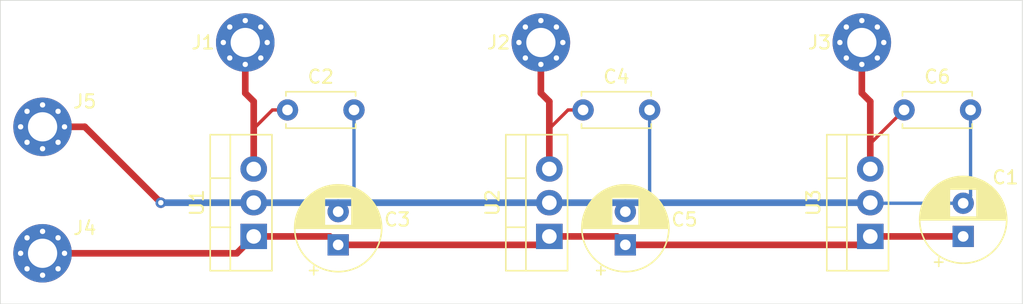
<source format=kicad_pcb>
(kicad_pcb (version 20171130) (host pcbnew "(5.1.0)-1")

  (general
    (thickness 1.6)
    (drawings 4)
    (tracks 59)
    (zones 0)
    (modules 14)
    (nets 6)
  )

  (page A4)
  (layers
    (0 F.Cu signal)
    (31 B.Cu signal)
    (32 B.Adhes user)
    (33 F.Adhes user)
    (34 B.Paste user hide)
    (35 F.Paste user hide)
    (36 B.SilkS user)
    (37 F.SilkS user)
    (38 B.Mask user)
    (39 F.Mask user)
    (40 Dwgs.User user)
    (41 Cmts.User user)
    (42 Eco1.User user)
    (43 Eco2.User user)
    (44 Edge.Cuts user)
    (45 Margin user)
    (46 B.CrtYd user)
    (47 F.CrtYd user)
    (48 B.Fab user)
    (49 F.Fab user)
  )

  (setup
    (last_trace_width 0.5)
    (user_trace_width 0.5)
    (trace_clearance 0.2)
    (zone_clearance 0.508)
    (zone_45_only no)
    (trace_min 0.06)
    (via_size 0.8)
    (via_drill 0.4)
    (via_min_size 0.04)
    (via_min_drill 0.3)
    (uvia_size 0.3)
    (uvia_drill 0.1)
    (uvias_allowed no)
    (uvia_min_size 0.01)
    (uvia_min_drill 0.1)
    (edge_width 0.05)
    (segment_width 0.2)
    (pcb_text_width 0.3)
    (pcb_text_size 1.5 1.5)
    (mod_edge_width 0.12)
    (mod_text_size 1 1)
    (mod_text_width 0.15)
    (pad_size 1.524 1.524)
    (pad_drill 0.762)
    (pad_to_mask_clearance 0.051)
    (solder_mask_min_width 0.25)
    (aux_axis_origin 0 0)
    (visible_elements 7FFFFFFF)
    (pcbplotparams
      (layerselection 0x010f0_ffffffff)
      (usegerberextensions true)
      (usegerberattributes false)
      (usegerberadvancedattributes false)
      (creategerberjobfile false)
      (excludeedgelayer true)
      (linewidth 0.100000)
      (plotframeref false)
      (viasonmask false)
      (mode 1)
      (useauxorigin false)
      (hpglpennumber 1)
      (hpglpenspeed 20)
      (hpglpendiameter 15.000000)
      (psnegative false)
      (psa4output false)
      (plotreference true)
      (plotvalue true)
      (plotinvisibletext false)
      (padsonsilk false)
      (subtractmaskfromsilk false)
      (outputformat 1)
      (mirror false)
      (drillshape 0)
      (scaleselection 1)
      (outputdirectory "../Ready to make PCBs/"))
  )

  (net 0 "")
  (net 1 "Net-(C2-Pad1)")
  (net 2 "Net-(C4-Pad1)")
  (net 3 "Net-(C6-Pad1)")
  (net 4 "Net-(C1-Pad2)")
  (net 5 "Net-(C1-Pad1)")

  (net_class Default "This is the default net class."
    (clearance 0.2)
    (trace_width 0.25)
    (via_dia 0.8)
    (via_drill 0.4)
    (uvia_dia 0.3)
    (uvia_drill 0.1)
    (add_net "Net-(C1-Pad1)")
    (add_net "Net-(C1-Pad2)")
    (add_net "Net-(C2-Pad1)")
    (add_net "Net-(C4-Pad1)")
    (add_net "Net-(C6-Pad1)")
  )

  (module Capacitor_THT:CP_Radial_D6.3mm_P2.50mm (layer F.Cu) (tedit 5AE50EF0) (tstamp 5CCFFE4D)
    (at 119.38 72.39 90)
    (descr "CP, Radial series, Radial, pin pitch=2.50mm, , diameter=6.3mm, Electrolytic Capacitor")
    (tags "CP Radial series Radial pin pitch 2.50mm  diameter 6.3mm Electrolytic Capacitor")
    (path /5CCDFC5F)
    (fp_text reference C5 (at 1.905 4.445 180) (layer F.SilkS)
      (effects (font (size 1 1) (thickness 0.15)))
    )
    (fp_text value 0.33uF (at -3.175 2.54 180) (layer F.Fab)
      (effects (font (size 1 1) (thickness 0.15)))
    )
    (fp_circle (center 1.25 0) (end 4.4 0) (layer F.Fab) (width 0.1))
    (fp_circle (center 1.25 0) (end 4.52 0) (layer F.SilkS) (width 0.12))
    (fp_circle (center 1.25 0) (end 4.65 0) (layer F.CrtYd) (width 0.05))
    (fp_line (start -1.443972 -1.3735) (end -0.813972 -1.3735) (layer F.Fab) (width 0.1))
    (fp_line (start -1.128972 -1.6885) (end -1.128972 -1.0585) (layer F.Fab) (width 0.1))
    (fp_line (start 1.25 -3.23) (end 1.25 3.23) (layer F.SilkS) (width 0.12))
    (fp_line (start 1.29 -3.23) (end 1.29 3.23) (layer F.SilkS) (width 0.12))
    (fp_line (start 1.33 -3.23) (end 1.33 3.23) (layer F.SilkS) (width 0.12))
    (fp_line (start 1.37 -3.228) (end 1.37 3.228) (layer F.SilkS) (width 0.12))
    (fp_line (start 1.41 -3.227) (end 1.41 3.227) (layer F.SilkS) (width 0.12))
    (fp_line (start 1.45 -3.224) (end 1.45 3.224) (layer F.SilkS) (width 0.12))
    (fp_line (start 1.49 -3.222) (end 1.49 -1.04) (layer F.SilkS) (width 0.12))
    (fp_line (start 1.49 1.04) (end 1.49 3.222) (layer F.SilkS) (width 0.12))
    (fp_line (start 1.53 -3.218) (end 1.53 -1.04) (layer F.SilkS) (width 0.12))
    (fp_line (start 1.53 1.04) (end 1.53 3.218) (layer F.SilkS) (width 0.12))
    (fp_line (start 1.57 -3.215) (end 1.57 -1.04) (layer F.SilkS) (width 0.12))
    (fp_line (start 1.57 1.04) (end 1.57 3.215) (layer F.SilkS) (width 0.12))
    (fp_line (start 1.61 -3.211) (end 1.61 -1.04) (layer F.SilkS) (width 0.12))
    (fp_line (start 1.61 1.04) (end 1.61 3.211) (layer F.SilkS) (width 0.12))
    (fp_line (start 1.65 -3.206) (end 1.65 -1.04) (layer F.SilkS) (width 0.12))
    (fp_line (start 1.65 1.04) (end 1.65 3.206) (layer F.SilkS) (width 0.12))
    (fp_line (start 1.69 -3.201) (end 1.69 -1.04) (layer F.SilkS) (width 0.12))
    (fp_line (start 1.69 1.04) (end 1.69 3.201) (layer F.SilkS) (width 0.12))
    (fp_line (start 1.73 -3.195) (end 1.73 -1.04) (layer F.SilkS) (width 0.12))
    (fp_line (start 1.73 1.04) (end 1.73 3.195) (layer F.SilkS) (width 0.12))
    (fp_line (start 1.77 -3.189) (end 1.77 -1.04) (layer F.SilkS) (width 0.12))
    (fp_line (start 1.77 1.04) (end 1.77 3.189) (layer F.SilkS) (width 0.12))
    (fp_line (start 1.81 -3.182) (end 1.81 -1.04) (layer F.SilkS) (width 0.12))
    (fp_line (start 1.81 1.04) (end 1.81 3.182) (layer F.SilkS) (width 0.12))
    (fp_line (start 1.85 -3.175) (end 1.85 -1.04) (layer F.SilkS) (width 0.12))
    (fp_line (start 1.85 1.04) (end 1.85 3.175) (layer F.SilkS) (width 0.12))
    (fp_line (start 1.89 -3.167) (end 1.89 -1.04) (layer F.SilkS) (width 0.12))
    (fp_line (start 1.89 1.04) (end 1.89 3.167) (layer F.SilkS) (width 0.12))
    (fp_line (start 1.93 -3.159) (end 1.93 -1.04) (layer F.SilkS) (width 0.12))
    (fp_line (start 1.93 1.04) (end 1.93 3.159) (layer F.SilkS) (width 0.12))
    (fp_line (start 1.971 -3.15) (end 1.971 -1.04) (layer F.SilkS) (width 0.12))
    (fp_line (start 1.971 1.04) (end 1.971 3.15) (layer F.SilkS) (width 0.12))
    (fp_line (start 2.011 -3.141) (end 2.011 -1.04) (layer F.SilkS) (width 0.12))
    (fp_line (start 2.011 1.04) (end 2.011 3.141) (layer F.SilkS) (width 0.12))
    (fp_line (start 2.051 -3.131) (end 2.051 -1.04) (layer F.SilkS) (width 0.12))
    (fp_line (start 2.051 1.04) (end 2.051 3.131) (layer F.SilkS) (width 0.12))
    (fp_line (start 2.091 -3.121) (end 2.091 -1.04) (layer F.SilkS) (width 0.12))
    (fp_line (start 2.091 1.04) (end 2.091 3.121) (layer F.SilkS) (width 0.12))
    (fp_line (start 2.131 -3.11) (end 2.131 -1.04) (layer F.SilkS) (width 0.12))
    (fp_line (start 2.131 1.04) (end 2.131 3.11) (layer F.SilkS) (width 0.12))
    (fp_line (start 2.171 -3.098) (end 2.171 -1.04) (layer F.SilkS) (width 0.12))
    (fp_line (start 2.171 1.04) (end 2.171 3.098) (layer F.SilkS) (width 0.12))
    (fp_line (start 2.211 -3.086) (end 2.211 -1.04) (layer F.SilkS) (width 0.12))
    (fp_line (start 2.211 1.04) (end 2.211 3.086) (layer F.SilkS) (width 0.12))
    (fp_line (start 2.251 -3.074) (end 2.251 -1.04) (layer F.SilkS) (width 0.12))
    (fp_line (start 2.251 1.04) (end 2.251 3.074) (layer F.SilkS) (width 0.12))
    (fp_line (start 2.291 -3.061) (end 2.291 -1.04) (layer F.SilkS) (width 0.12))
    (fp_line (start 2.291 1.04) (end 2.291 3.061) (layer F.SilkS) (width 0.12))
    (fp_line (start 2.331 -3.047) (end 2.331 -1.04) (layer F.SilkS) (width 0.12))
    (fp_line (start 2.331 1.04) (end 2.331 3.047) (layer F.SilkS) (width 0.12))
    (fp_line (start 2.371 -3.033) (end 2.371 -1.04) (layer F.SilkS) (width 0.12))
    (fp_line (start 2.371 1.04) (end 2.371 3.033) (layer F.SilkS) (width 0.12))
    (fp_line (start 2.411 -3.018) (end 2.411 -1.04) (layer F.SilkS) (width 0.12))
    (fp_line (start 2.411 1.04) (end 2.411 3.018) (layer F.SilkS) (width 0.12))
    (fp_line (start 2.451 -3.002) (end 2.451 -1.04) (layer F.SilkS) (width 0.12))
    (fp_line (start 2.451 1.04) (end 2.451 3.002) (layer F.SilkS) (width 0.12))
    (fp_line (start 2.491 -2.986) (end 2.491 -1.04) (layer F.SilkS) (width 0.12))
    (fp_line (start 2.491 1.04) (end 2.491 2.986) (layer F.SilkS) (width 0.12))
    (fp_line (start 2.531 -2.97) (end 2.531 -1.04) (layer F.SilkS) (width 0.12))
    (fp_line (start 2.531 1.04) (end 2.531 2.97) (layer F.SilkS) (width 0.12))
    (fp_line (start 2.571 -2.952) (end 2.571 -1.04) (layer F.SilkS) (width 0.12))
    (fp_line (start 2.571 1.04) (end 2.571 2.952) (layer F.SilkS) (width 0.12))
    (fp_line (start 2.611 -2.934) (end 2.611 -1.04) (layer F.SilkS) (width 0.12))
    (fp_line (start 2.611 1.04) (end 2.611 2.934) (layer F.SilkS) (width 0.12))
    (fp_line (start 2.651 -2.916) (end 2.651 -1.04) (layer F.SilkS) (width 0.12))
    (fp_line (start 2.651 1.04) (end 2.651 2.916) (layer F.SilkS) (width 0.12))
    (fp_line (start 2.691 -2.896) (end 2.691 -1.04) (layer F.SilkS) (width 0.12))
    (fp_line (start 2.691 1.04) (end 2.691 2.896) (layer F.SilkS) (width 0.12))
    (fp_line (start 2.731 -2.876) (end 2.731 -1.04) (layer F.SilkS) (width 0.12))
    (fp_line (start 2.731 1.04) (end 2.731 2.876) (layer F.SilkS) (width 0.12))
    (fp_line (start 2.771 -2.856) (end 2.771 -1.04) (layer F.SilkS) (width 0.12))
    (fp_line (start 2.771 1.04) (end 2.771 2.856) (layer F.SilkS) (width 0.12))
    (fp_line (start 2.811 -2.834) (end 2.811 -1.04) (layer F.SilkS) (width 0.12))
    (fp_line (start 2.811 1.04) (end 2.811 2.834) (layer F.SilkS) (width 0.12))
    (fp_line (start 2.851 -2.812) (end 2.851 -1.04) (layer F.SilkS) (width 0.12))
    (fp_line (start 2.851 1.04) (end 2.851 2.812) (layer F.SilkS) (width 0.12))
    (fp_line (start 2.891 -2.79) (end 2.891 -1.04) (layer F.SilkS) (width 0.12))
    (fp_line (start 2.891 1.04) (end 2.891 2.79) (layer F.SilkS) (width 0.12))
    (fp_line (start 2.931 -2.766) (end 2.931 -1.04) (layer F.SilkS) (width 0.12))
    (fp_line (start 2.931 1.04) (end 2.931 2.766) (layer F.SilkS) (width 0.12))
    (fp_line (start 2.971 -2.742) (end 2.971 -1.04) (layer F.SilkS) (width 0.12))
    (fp_line (start 2.971 1.04) (end 2.971 2.742) (layer F.SilkS) (width 0.12))
    (fp_line (start 3.011 -2.716) (end 3.011 -1.04) (layer F.SilkS) (width 0.12))
    (fp_line (start 3.011 1.04) (end 3.011 2.716) (layer F.SilkS) (width 0.12))
    (fp_line (start 3.051 -2.69) (end 3.051 -1.04) (layer F.SilkS) (width 0.12))
    (fp_line (start 3.051 1.04) (end 3.051 2.69) (layer F.SilkS) (width 0.12))
    (fp_line (start 3.091 -2.664) (end 3.091 -1.04) (layer F.SilkS) (width 0.12))
    (fp_line (start 3.091 1.04) (end 3.091 2.664) (layer F.SilkS) (width 0.12))
    (fp_line (start 3.131 -2.636) (end 3.131 -1.04) (layer F.SilkS) (width 0.12))
    (fp_line (start 3.131 1.04) (end 3.131 2.636) (layer F.SilkS) (width 0.12))
    (fp_line (start 3.171 -2.607) (end 3.171 -1.04) (layer F.SilkS) (width 0.12))
    (fp_line (start 3.171 1.04) (end 3.171 2.607) (layer F.SilkS) (width 0.12))
    (fp_line (start 3.211 -2.578) (end 3.211 -1.04) (layer F.SilkS) (width 0.12))
    (fp_line (start 3.211 1.04) (end 3.211 2.578) (layer F.SilkS) (width 0.12))
    (fp_line (start 3.251 -2.548) (end 3.251 -1.04) (layer F.SilkS) (width 0.12))
    (fp_line (start 3.251 1.04) (end 3.251 2.548) (layer F.SilkS) (width 0.12))
    (fp_line (start 3.291 -2.516) (end 3.291 -1.04) (layer F.SilkS) (width 0.12))
    (fp_line (start 3.291 1.04) (end 3.291 2.516) (layer F.SilkS) (width 0.12))
    (fp_line (start 3.331 -2.484) (end 3.331 -1.04) (layer F.SilkS) (width 0.12))
    (fp_line (start 3.331 1.04) (end 3.331 2.484) (layer F.SilkS) (width 0.12))
    (fp_line (start 3.371 -2.45) (end 3.371 -1.04) (layer F.SilkS) (width 0.12))
    (fp_line (start 3.371 1.04) (end 3.371 2.45) (layer F.SilkS) (width 0.12))
    (fp_line (start 3.411 -2.416) (end 3.411 -1.04) (layer F.SilkS) (width 0.12))
    (fp_line (start 3.411 1.04) (end 3.411 2.416) (layer F.SilkS) (width 0.12))
    (fp_line (start 3.451 -2.38) (end 3.451 -1.04) (layer F.SilkS) (width 0.12))
    (fp_line (start 3.451 1.04) (end 3.451 2.38) (layer F.SilkS) (width 0.12))
    (fp_line (start 3.491 -2.343) (end 3.491 -1.04) (layer F.SilkS) (width 0.12))
    (fp_line (start 3.491 1.04) (end 3.491 2.343) (layer F.SilkS) (width 0.12))
    (fp_line (start 3.531 -2.305) (end 3.531 -1.04) (layer F.SilkS) (width 0.12))
    (fp_line (start 3.531 1.04) (end 3.531 2.305) (layer F.SilkS) (width 0.12))
    (fp_line (start 3.571 -2.265) (end 3.571 2.265) (layer F.SilkS) (width 0.12))
    (fp_line (start 3.611 -2.224) (end 3.611 2.224) (layer F.SilkS) (width 0.12))
    (fp_line (start 3.651 -2.182) (end 3.651 2.182) (layer F.SilkS) (width 0.12))
    (fp_line (start 3.691 -2.137) (end 3.691 2.137) (layer F.SilkS) (width 0.12))
    (fp_line (start 3.731 -2.092) (end 3.731 2.092) (layer F.SilkS) (width 0.12))
    (fp_line (start 3.771 -2.044) (end 3.771 2.044) (layer F.SilkS) (width 0.12))
    (fp_line (start 3.811 -1.995) (end 3.811 1.995) (layer F.SilkS) (width 0.12))
    (fp_line (start 3.851 -1.944) (end 3.851 1.944) (layer F.SilkS) (width 0.12))
    (fp_line (start 3.891 -1.89) (end 3.891 1.89) (layer F.SilkS) (width 0.12))
    (fp_line (start 3.931 -1.834) (end 3.931 1.834) (layer F.SilkS) (width 0.12))
    (fp_line (start 3.971 -1.776) (end 3.971 1.776) (layer F.SilkS) (width 0.12))
    (fp_line (start 4.011 -1.714) (end 4.011 1.714) (layer F.SilkS) (width 0.12))
    (fp_line (start 4.051 -1.65) (end 4.051 1.65) (layer F.SilkS) (width 0.12))
    (fp_line (start 4.091 -1.581) (end 4.091 1.581) (layer F.SilkS) (width 0.12))
    (fp_line (start 4.131 -1.509) (end 4.131 1.509) (layer F.SilkS) (width 0.12))
    (fp_line (start 4.171 -1.432) (end 4.171 1.432) (layer F.SilkS) (width 0.12))
    (fp_line (start 4.211 -1.35) (end 4.211 1.35) (layer F.SilkS) (width 0.12))
    (fp_line (start 4.251 -1.262) (end 4.251 1.262) (layer F.SilkS) (width 0.12))
    (fp_line (start 4.291 -1.165) (end 4.291 1.165) (layer F.SilkS) (width 0.12))
    (fp_line (start 4.331 -1.059) (end 4.331 1.059) (layer F.SilkS) (width 0.12))
    (fp_line (start 4.371 -0.94) (end 4.371 0.94) (layer F.SilkS) (width 0.12))
    (fp_line (start 4.411 -0.802) (end 4.411 0.802) (layer F.SilkS) (width 0.12))
    (fp_line (start 4.451 -0.633) (end 4.451 0.633) (layer F.SilkS) (width 0.12))
    (fp_line (start 4.491 -0.402) (end 4.491 0.402) (layer F.SilkS) (width 0.12))
    (fp_line (start -2.250241 -1.839) (end -1.620241 -1.839) (layer F.SilkS) (width 0.12))
    (fp_line (start -1.935241 -2.154) (end -1.935241 -1.524) (layer F.SilkS) (width 0.12))
    (fp_text user %R (at 1.27 1.905 90) (layer F.Fab)
      (effects (font (size 1 1) (thickness 0.15)))
    )
    (pad 1 thru_hole rect (at 0 0 90) (size 1.6 1.6) (drill 0.8) (layers *.Cu *.Mask)
      (net 5 "Net-(C1-Pad1)"))
    (pad 2 thru_hole circle (at 2.5 0 90) (size 1.6 1.6) (drill 0.8) (layers *.Cu *.Mask)
      (net 4 "Net-(C1-Pad2)"))
    (model ${KISYS3DMOD}/Capacitor_THT.3dshapes/CP_Radial_D6.3mm_P2.50mm.wrl
      (at (xyz 0 0 0))
      (scale (xyz 1 1 1))
      (rotate (xyz 0 0 0))
    )
  )

  (module Capacitor_THT:CP_Radial_D6.3mm_P2.50mm (layer F.Cu) (tedit 5AE50EF0) (tstamp 5CCE8BA1)
    (at 97.79 72.39 90)
    (descr "CP, Radial series, Radial, pin pitch=2.50mm, , diameter=6.3mm, Electrolytic Capacitor")
    (tags "CP Radial series Radial pin pitch 2.50mm  diameter 6.3mm Electrolytic Capacitor")
    (path /5CCDF62A)
    (fp_text reference C3 (at 1.905 4.445 180) (layer F.SilkS)
      (effects (font (size 1 1) (thickness 0.15)))
    )
    (fp_text value 0.33uF (at -3.175 1.905 180) (layer F.Fab)
      (effects (font (size 1 1) (thickness 0.15)))
    )
    (fp_circle (center 1.25 0) (end 4.4 0) (layer F.Fab) (width 0.1))
    (fp_circle (center 1.25 0) (end 4.52 0) (layer F.SilkS) (width 0.12))
    (fp_circle (center 1.25 0) (end 4.65 0) (layer F.CrtYd) (width 0.05))
    (fp_line (start -1.443972 -1.3735) (end -0.813972 -1.3735) (layer F.Fab) (width 0.1))
    (fp_line (start -1.128972 -1.6885) (end -1.128972 -1.0585) (layer F.Fab) (width 0.1))
    (fp_line (start 1.25 -3.23) (end 1.25 3.23) (layer F.SilkS) (width 0.12))
    (fp_line (start 1.29 -3.23) (end 1.29 3.23) (layer F.SilkS) (width 0.12))
    (fp_line (start 1.33 -3.23) (end 1.33 3.23) (layer F.SilkS) (width 0.12))
    (fp_line (start 1.37 -3.228) (end 1.37 3.228) (layer F.SilkS) (width 0.12))
    (fp_line (start 1.41 -3.227) (end 1.41 3.227) (layer F.SilkS) (width 0.12))
    (fp_line (start 1.45 -3.224) (end 1.45 3.224) (layer F.SilkS) (width 0.12))
    (fp_line (start 1.49 -3.222) (end 1.49 -1.04) (layer F.SilkS) (width 0.12))
    (fp_line (start 1.49 1.04) (end 1.49 3.222) (layer F.SilkS) (width 0.12))
    (fp_line (start 1.53 -3.218) (end 1.53 -1.04) (layer F.SilkS) (width 0.12))
    (fp_line (start 1.53 1.04) (end 1.53 3.218) (layer F.SilkS) (width 0.12))
    (fp_line (start 1.57 -3.215) (end 1.57 -1.04) (layer F.SilkS) (width 0.12))
    (fp_line (start 1.57 1.04) (end 1.57 3.215) (layer F.SilkS) (width 0.12))
    (fp_line (start 1.61 -3.211) (end 1.61 -1.04) (layer F.SilkS) (width 0.12))
    (fp_line (start 1.61 1.04) (end 1.61 3.211) (layer F.SilkS) (width 0.12))
    (fp_line (start 1.65 -3.206) (end 1.65 -1.04) (layer F.SilkS) (width 0.12))
    (fp_line (start 1.65 1.04) (end 1.65 3.206) (layer F.SilkS) (width 0.12))
    (fp_line (start 1.69 -3.201) (end 1.69 -1.04) (layer F.SilkS) (width 0.12))
    (fp_line (start 1.69 1.04) (end 1.69 3.201) (layer F.SilkS) (width 0.12))
    (fp_line (start 1.73 -3.195) (end 1.73 -1.04) (layer F.SilkS) (width 0.12))
    (fp_line (start 1.73 1.04) (end 1.73 3.195) (layer F.SilkS) (width 0.12))
    (fp_line (start 1.77 -3.189) (end 1.77 -1.04) (layer F.SilkS) (width 0.12))
    (fp_line (start 1.77 1.04) (end 1.77 3.189) (layer F.SilkS) (width 0.12))
    (fp_line (start 1.81 -3.182) (end 1.81 -1.04) (layer F.SilkS) (width 0.12))
    (fp_line (start 1.81 1.04) (end 1.81 3.182) (layer F.SilkS) (width 0.12))
    (fp_line (start 1.85 -3.175) (end 1.85 -1.04) (layer F.SilkS) (width 0.12))
    (fp_line (start 1.85 1.04) (end 1.85 3.175) (layer F.SilkS) (width 0.12))
    (fp_line (start 1.89 -3.167) (end 1.89 -1.04) (layer F.SilkS) (width 0.12))
    (fp_line (start 1.89 1.04) (end 1.89 3.167) (layer F.SilkS) (width 0.12))
    (fp_line (start 1.93 -3.159) (end 1.93 -1.04) (layer F.SilkS) (width 0.12))
    (fp_line (start 1.93 1.04) (end 1.93 3.159) (layer F.SilkS) (width 0.12))
    (fp_line (start 1.971 -3.15) (end 1.971 -1.04) (layer F.SilkS) (width 0.12))
    (fp_line (start 1.971 1.04) (end 1.971 3.15) (layer F.SilkS) (width 0.12))
    (fp_line (start 2.011 -3.141) (end 2.011 -1.04) (layer F.SilkS) (width 0.12))
    (fp_line (start 2.011 1.04) (end 2.011 3.141) (layer F.SilkS) (width 0.12))
    (fp_line (start 2.051 -3.131) (end 2.051 -1.04) (layer F.SilkS) (width 0.12))
    (fp_line (start 2.051 1.04) (end 2.051 3.131) (layer F.SilkS) (width 0.12))
    (fp_line (start 2.091 -3.121) (end 2.091 -1.04) (layer F.SilkS) (width 0.12))
    (fp_line (start 2.091 1.04) (end 2.091 3.121) (layer F.SilkS) (width 0.12))
    (fp_line (start 2.131 -3.11) (end 2.131 -1.04) (layer F.SilkS) (width 0.12))
    (fp_line (start 2.131 1.04) (end 2.131 3.11) (layer F.SilkS) (width 0.12))
    (fp_line (start 2.171 -3.098) (end 2.171 -1.04) (layer F.SilkS) (width 0.12))
    (fp_line (start 2.171 1.04) (end 2.171 3.098) (layer F.SilkS) (width 0.12))
    (fp_line (start 2.211 -3.086) (end 2.211 -1.04) (layer F.SilkS) (width 0.12))
    (fp_line (start 2.211 1.04) (end 2.211 3.086) (layer F.SilkS) (width 0.12))
    (fp_line (start 2.251 -3.074) (end 2.251 -1.04) (layer F.SilkS) (width 0.12))
    (fp_line (start 2.251 1.04) (end 2.251 3.074) (layer F.SilkS) (width 0.12))
    (fp_line (start 2.291 -3.061) (end 2.291 -1.04) (layer F.SilkS) (width 0.12))
    (fp_line (start 2.291 1.04) (end 2.291 3.061) (layer F.SilkS) (width 0.12))
    (fp_line (start 2.331 -3.047) (end 2.331 -1.04) (layer F.SilkS) (width 0.12))
    (fp_line (start 2.331 1.04) (end 2.331 3.047) (layer F.SilkS) (width 0.12))
    (fp_line (start 2.371 -3.033) (end 2.371 -1.04) (layer F.SilkS) (width 0.12))
    (fp_line (start 2.371 1.04) (end 2.371 3.033) (layer F.SilkS) (width 0.12))
    (fp_line (start 2.411 -3.018) (end 2.411 -1.04) (layer F.SilkS) (width 0.12))
    (fp_line (start 2.411 1.04) (end 2.411 3.018) (layer F.SilkS) (width 0.12))
    (fp_line (start 2.451 -3.002) (end 2.451 -1.04) (layer F.SilkS) (width 0.12))
    (fp_line (start 2.451 1.04) (end 2.451 3.002) (layer F.SilkS) (width 0.12))
    (fp_line (start 2.491 -2.986) (end 2.491 -1.04) (layer F.SilkS) (width 0.12))
    (fp_line (start 2.491 1.04) (end 2.491 2.986) (layer F.SilkS) (width 0.12))
    (fp_line (start 2.531 -2.97) (end 2.531 -1.04) (layer F.SilkS) (width 0.12))
    (fp_line (start 2.531 1.04) (end 2.531 2.97) (layer F.SilkS) (width 0.12))
    (fp_line (start 2.571 -2.952) (end 2.571 -1.04) (layer F.SilkS) (width 0.12))
    (fp_line (start 2.571 1.04) (end 2.571 2.952) (layer F.SilkS) (width 0.12))
    (fp_line (start 2.611 -2.934) (end 2.611 -1.04) (layer F.SilkS) (width 0.12))
    (fp_line (start 2.611 1.04) (end 2.611 2.934) (layer F.SilkS) (width 0.12))
    (fp_line (start 2.651 -2.916) (end 2.651 -1.04) (layer F.SilkS) (width 0.12))
    (fp_line (start 2.651 1.04) (end 2.651 2.916) (layer F.SilkS) (width 0.12))
    (fp_line (start 2.691 -2.896) (end 2.691 -1.04) (layer F.SilkS) (width 0.12))
    (fp_line (start 2.691 1.04) (end 2.691 2.896) (layer F.SilkS) (width 0.12))
    (fp_line (start 2.731 -2.876) (end 2.731 -1.04) (layer F.SilkS) (width 0.12))
    (fp_line (start 2.731 1.04) (end 2.731 2.876) (layer F.SilkS) (width 0.12))
    (fp_line (start 2.771 -2.856) (end 2.771 -1.04) (layer F.SilkS) (width 0.12))
    (fp_line (start 2.771 1.04) (end 2.771 2.856) (layer F.SilkS) (width 0.12))
    (fp_line (start 2.811 -2.834) (end 2.811 -1.04) (layer F.SilkS) (width 0.12))
    (fp_line (start 2.811 1.04) (end 2.811 2.834) (layer F.SilkS) (width 0.12))
    (fp_line (start 2.851 -2.812) (end 2.851 -1.04) (layer F.SilkS) (width 0.12))
    (fp_line (start 2.851 1.04) (end 2.851 2.812) (layer F.SilkS) (width 0.12))
    (fp_line (start 2.891 -2.79) (end 2.891 -1.04) (layer F.SilkS) (width 0.12))
    (fp_line (start 2.891 1.04) (end 2.891 2.79) (layer F.SilkS) (width 0.12))
    (fp_line (start 2.931 -2.766) (end 2.931 -1.04) (layer F.SilkS) (width 0.12))
    (fp_line (start 2.931 1.04) (end 2.931 2.766) (layer F.SilkS) (width 0.12))
    (fp_line (start 2.971 -2.742) (end 2.971 -1.04) (layer F.SilkS) (width 0.12))
    (fp_line (start 2.971 1.04) (end 2.971 2.742) (layer F.SilkS) (width 0.12))
    (fp_line (start 3.011 -2.716) (end 3.011 -1.04) (layer F.SilkS) (width 0.12))
    (fp_line (start 3.011 1.04) (end 3.011 2.716) (layer F.SilkS) (width 0.12))
    (fp_line (start 3.051 -2.69) (end 3.051 -1.04) (layer F.SilkS) (width 0.12))
    (fp_line (start 3.051 1.04) (end 3.051 2.69) (layer F.SilkS) (width 0.12))
    (fp_line (start 3.091 -2.664) (end 3.091 -1.04) (layer F.SilkS) (width 0.12))
    (fp_line (start 3.091 1.04) (end 3.091 2.664) (layer F.SilkS) (width 0.12))
    (fp_line (start 3.131 -2.636) (end 3.131 -1.04) (layer F.SilkS) (width 0.12))
    (fp_line (start 3.131 1.04) (end 3.131 2.636) (layer F.SilkS) (width 0.12))
    (fp_line (start 3.171 -2.607) (end 3.171 -1.04) (layer F.SilkS) (width 0.12))
    (fp_line (start 3.171 1.04) (end 3.171 2.607) (layer F.SilkS) (width 0.12))
    (fp_line (start 3.211 -2.578) (end 3.211 -1.04) (layer F.SilkS) (width 0.12))
    (fp_line (start 3.211 1.04) (end 3.211 2.578) (layer F.SilkS) (width 0.12))
    (fp_line (start 3.251 -2.548) (end 3.251 -1.04) (layer F.SilkS) (width 0.12))
    (fp_line (start 3.251 1.04) (end 3.251 2.548) (layer F.SilkS) (width 0.12))
    (fp_line (start 3.291 -2.516) (end 3.291 -1.04) (layer F.SilkS) (width 0.12))
    (fp_line (start 3.291 1.04) (end 3.291 2.516) (layer F.SilkS) (width 0.12))
    (fp_line (start 3.331 -2.484) (end 3.331 -1.04) (layer F.SilkS) (width 0.12))
    (fp_line (start 3.331 1.04) (end 3.331 2.484) (layer F.SilkS) (width 0.12))
    (fp_line (start 3.371 -2.45) (end 3.371 -1.04) (layer F.SilkS) (width 0.12))
    (fp_line (start 3.371 1.04) (end 3.371 2.45) (layer F.SilkS) (width 0.12))
    (fp_line (start 3.411 -2.416) (end 3.411 -1.04) (layer F.SilkS) (width 0.12))
    (fp_line (start 3.411 1.04) (end 3.411 2.416) (layer F.SilkS) (width 0.12))
    (fp_line (start 3.451 -2.38) (end 3.451 -1.04) (layer F.SilkS) (width 0.12))
    (fp_line (start 3.451 1.04) (end 3.451 2.38) (layer F.SilkS) (width 0.12))
    (fp_line (start 3.491 -2.343) (end 3.491 -1.04) (layer F.SilkS) (width 0.12))
    (fp_line (start 3.491 1.04) (end 3.491 2.343) (layer F.SilkS) (width 0.12))
    (fp_line (start 3.531 -2.305) (end 3.531 -1.04) (layer F.SilkS) (width 0.12))
    (fp_line (start 3.531 1.04) (end 3.531 2.305) (layer F.SilkS) (width 0.12))
    (fp_line (start 3.571 -2.265) (end 3.571 2.265) (layer F.SilkS) (width 0.12))
    (fp_line (start 3.611 -2.224) (end 3.611 2.224) (layer F.SilkS) (width 0.12))
    (fp_line (start 3.651 -2.182) (end 3.651 2.182) (layer F.SilkS) (width 0.12))
    (fp_line (start 3.691 -2.137) (end 3.691 2.137) (layer F.SilkS) (width 0.12))
    (fp_line (start 3.731 -2.092) (end 3.731 2.092) (layer F.SilkS) (width 0.12))
    (fp_line (start 3.771 -2.044) (end 3.771 2.044) (layer F.SilkS) (width 0.12))
    (fp_line (start 3.811 -1.995) (end 3.811 1.995) (layer F.SilkS) (width 0.12))
    (fp_line (start 3.851 -1.944) (end 3.851 1.944) (layer F.SilkS) (width 0.12))
    (fp_line (start 3.891 -1.89) (end 3.891 1.89) (layer F.SilkS) (width 0.12))
    (fp_line (start 3.931 -1.834) (end 3.931 1.834) (layer F.SilkS) (width 0.12))
    (fp_line (start 3.971 -1.776) (end 3.971 1.776) (layer F.SilkS) (width 0.12))
    (fp_line (start 4.011 -1.714) (end 4.011 1.714) (layer F.SilkS) (width 0.12))
    (fp_line (start 4.051 -1.65) (end 4.051 1.65) (layer F.SilkS) (width 0.12))
    (fp_line (start 4.091 -1.581) (end 4.091 1.581) (layer F.SilkS) (width 0.12))
    (fp_line (start 4.131 -1.509) (end 4.131 1.509) (layer F.SilkS) (width 0.12))
    (fp_line (start 4.171 -1.432) (end 4.171 1.432) (layer F.SilkS) (width 0.12))
    (fp_line (start 4.211 -1.35) (end 4.211 1.35) (layer F.SilkS) (width 0.12))
    (fp_line (start 4.251 -1.262) (end 4.251 1.262) (layer F.SilkS) (width 0.12))
    (fp_line (start 4.291 -1.165) (end 4.291 1.165) (layer F.SilkS) (width 0.12))
    (fp_line (start 4.331 -1.059) (end 4.331 1.059) (layer F.SilkS) (width 0.12))
    (fp_line (start 4.371 -0.94) (end 4.371 0.94) (layer F.SilkS) (width 0.12))
    (fp_line (start 4.411 -0.802) (end 4.411 0.802) (layer F.SilkS) (width 0.12))
    (fp_line (start 4.451 -0.633) (end 4.451 0.633) (layer F.SilkS) (width 0.12))
    (fp_line (start 4.491 -0.402) (end 4.491 0.402) (layer F.SilkS) (width 0.12))
    (fp_line (start -2.250241 -1.839) (end -1.620241 -1.839) (layer F.SilkS) (width 0.12))
    (fp_line (start -1.935241 -2.154) (end -1.935241 -1.524) (layer F.SilkS) (width 0.12))
    (fp_text user %R (at 1.27 1.905 90) (layer F.Fab)
      (effects (font (size 1 1) (thickness 0.15)))
    )
    (pad 1 thru_hole rect (at 0 0 90) (size 1.6 1.6) (drill 0.8) (layers *.Cu *.Mask)
      (net 5 "Net-(C1-Pad1)"))
    (pad 2 thru_hole circle (at 2.5 0 90) (size 1.6 1.6) (drill 0.8) (layers *.Cu *.Mask)
      (net 4 "Net-(C1-Pad2)"))
    (model ${KISYS3DMOD}/Capacitor_THT.3dshapes/CP_Radial_D6.3mm_P2.50mm.wrl
      (at (xyz 0 0 0))
      (scale (xyz 1 1 1))
      (rotate (xyz 0 0 0))
    )
  )

  (module Package_TO_SOT_THT:TO-220-3_Vertical (layer F.Cu) (tedit 5AC8BA0D) (tstamp 5CD001AE)
    (at 137.795 71.755 90)
    (descr "TO-220-3, Vertical, RM 2.54mm, see https://www.vishay.com/docs/66542/to-220-1.pdf")
    (tags "TO-220-3 Vertical RM 2.54mm")
    (path /5CCD6378)
    (fp_text reference U3 (at 2.54 -4.27 90) (layer F.SilkS)
      (effects (font (size 1 1) (thickness 0.15)))
    )
    (fp_text value L7812 (at 5.08 -5.715 180) (layer F.Fab)
      (effects (font (size 1 1) (thickness 0.15)))
    )
    (fp_text user %R (at 2.54 -4.27 90) (layer F.Fab)
      (effects (font (size 1 1) (thickness 0.15)))
    )
    (fp_line (start 7.79 -3.4) (end -2.71 -3.4) (layer F.CrtYd) (width 0.05))
    (fp_line (start 7.79 1.51) (end 7.79 -3.4) (layer F.CrtYd) (width 0.05))
    (fp_line (start -2.71 1.51) (end 7.79 1.51) (layer F.CrtYd) (width 0.05))
    (fp_line (start -2.71 -3.4) (end -2.71 1.51) (layer F.CrtYd) (width 0.05))
    (fp_line (start 4.391 -3.27) (end 4.391 -1.76) (layer F.SilkS) (width 0.12))
    (fp_line (start 0.69 -3.27) (end 0.69 -1.76) (layer F.SilkS) (width 0.12))
    (fp_line (start -2.58 -1.76) (end 7.66 -1.76) (layer F.SilkS) (width 0.12))
    (fp_line (start 7.66 -3.27) (end 7.66 1.371) (layer F.SilkS) (width 0.12))
    (fp_line (start -2.58 -3.27) (end -2.58 1.371) (layer F.SilkS) (width 0.12))
    (fp_line (start -2.58 1.371) (end 7.66 1.371) (layer F.SilkS) (width 0.12))
    (fp_line (start -2.58 -3.27) (end 7.66 -3.27) (layer F.SilkS) (width 0.12))
    (fp_line (start 4.39 -3.15) (end 4.39 -1.88) (layer F.Fab) (width 0.1))
    (fp_line (start 0.69 -3.15) (end 0.69 -1.88) (layer F.Fab) (width 0.1))
    (fp_line (start -2.46 -1.88) (end 7.54 -1.88) (layer F.Fab) (width 0.1))
    (fp_line (start 7.54 -3.15) (end -2.46 -3.15) (layer F.Fab) (width 0.1))
    (fp_line (start 7.54 1.25) (end 7.54 -3.15) (layer F.Fab) (width 0.1))
    (fp_line (start -2.46 1.25) (end 7.54 1.25) (layer F.Fab) (width 0.1))
    (fp_line (start -2.46 -3.15) (end -2.46 1.25) (layer F.Fab) (width 0.1))
    (pad 3 thru_hole oval (at 5.08 0 90) (size 1.905 2) (drill 1.1) (layers *.Cu *.Mask)
      (net 3 "Net-(C6-Pad1)"))
    (pad 2 thru_hole oval (at 2.54 0 90) (size 1.905 2) (drill 1.1) (layers *.Cu *.Mask)
      (net 4 "Net-(C1-Pad2)"))
    (pad 1 thru_hole rect (at 0 0 90) (size 1.905 2) (drill 1.1) (layers *.Cu *.Mask)
      (net 5 "Net-(C1-Pad1)"))
    (model ${KISYS3DMOD}/Package_TO_SOT_THT.3dshapes/TO-220-3_Vertical.wrl
      (at (xyz 0 0 0))
      (scale (xyz 1 1 1))
      (rotate (xyz 0 0 0))
    )
  )

  (module Package_TO_SOT_THT:TO-220-3_Vertical (layer F.Cu) (tedit 5AC8BA0D) (tstamp 5CD001F9)
    (at 113.665 71.755 90)
    (descr "TO-220-3, Vertical, RM 2.54mm, see https://www.vishay.com/docs/66542/to-220-1.pdf")
    (tags "TO-220-3 Vertical RM 2.54mm")
    (path /5CCD2528)
    (fp_text reference U2 (at 2.54 -4.27 90) (layer F.SilkS)
      (effects (font (size 1 1) (thickness 0.15)))
    )
    (fp_text value L7809 (at 5.08 -5.715 180) (layer F.Fab)
      (effects (font (size 1 1) (thickness 0.15)))
    )
    (fp_line (start -2.46 -3.15) (end -2.46 1.25) (layer F.Fab) (width 0.1))
    (fp_line (start -2.46 1.25) (end 7.54 1.25) (layer F.Fab) (width 0.1))
    (fp_line (start 7.54 1.25) (end 7.54 -3.15) (layer F.Fab) (width 0.1))
    (fp_line (start 7.54 -3.15) (end -2.46 -3.15) (layer F.Fab) (width 0.1))
    (fp_line (start -2.46 -1.88) (end 7.54 -1.88) (layer F.Fab) (width 0.1))
    (fp_line (start 0.69 -3.15) (end 0.69 -1.88) (layer F.Fab) (width 0.1))
    (fp_line (start 4.39 -3.15) (end 4.39 -1.88) (layer F.Fab) (width 0.1))
    (fp_line (start -2.58 -3.27) (end 7.66 -3.27) (layer F.SilkS) (width 0.12))
    (fp_line (start -2.58 1.371) (end 7.66 1.371) (layer F.SilkS) (width 0.12))
    (fp_line (start -2.58 -3.27) (end -2.58 1.371) (layer F.SilkS) (width 0.12))
    (fp_line (start 7.66 -3.27) (end 7.66 1.371) (layer F.SilkS) (width 0.12))
    (fp_line (start -2.58 -1.76) (end 7.66 -1.76) (layer F.SilkS) (width 0.12))
    (fp_line (start 0.69 -3.27) (end 0.69 -1.76) (layer F.SilkS) (width 0.12))
    (fp_line (start 4.391 -3.27) (end 4.391 -1.76) (layer F.SilkS) (width 0.12))
    (fp_line (start -2.71 -3.4) (end -2.71 1.51) (layer F.CrtYd) (width 0.05))
    (fp_line (start -2.71 1.51) (end 7.79 1.51) (layer F.CrtYd) (width 0.05))
    (fp_line (start 7.79 1.51) (end 7.79 -3.4) (layer F.CrtYd) (width 0.05))
    (fp_line (start 7.79 -3.4) (end -2.71 -3.4) (layer F.CrtYd) (width 0.05))
    (fp_text user %R (at 2.54 -4.27 90) (layer F.Fab)
      (effects (font (size 1 1) (thickness 0.15)))
    )
    (pad 1 thru_hole rect (at 0 0 90) (size 1.905 2) (drill 1.1) (layers *.Cu *.Mask)
      (net 5 "Net-(C1-Pad1)"))
    (pad 2 thru_hole oval (at 2.54 0 90) (size 1.905 2) (drill 1.1) (layers *.Cu *.Mask)
      (net 4 "Net-(C1-Pad2)"))
    (pad 3 thru_hole oval (at 5.08 0 90) (size 1.905 2) (drill 1.1) (layers *.Cu *.Mask)
      (net 2 "Net-(C4-Pad1)"))
    (model ${KISYS3DMOD}/Package_TO_SOT_THT.3dshapes/TO-220-3_Vertical.wrl
      (at (xyz 0 0 0))
      (scale (xyz 1 1 1))
      (rotate (xyz 0 0 0))
    )
  )

  (module Capacitor_THT:CP_Radial_D6.3mm_P2.50mm (layer F.Cu) (tedit 5AE50EF0) (tstamp 5CD026B7)
    (at 144.78 71.755 90)
    (descr "CP, Radial series, Radial, pin pitch=2.50mm, , diameter=6.3mm, Electrolytic Capacitor")
    (tags "CP Radial series Radial pin pitch 2.50mm  diameter 6.3mm Electrolytic Capacitor")
    (path /5CCDE5CE)
    (fp_text reference C1 (at 4.445 3.175 180) (layer F.SilkS)
      (effects (font (size 1 1) (thickness 0.15)))
    )
    (fp_text value 0.33uF (at -3.81 1.905 180) (layer F.Fab)
      (effects (font (size 1 1) (thickness 0.15)))
    )
    (fp_circle (center 1.25 0) (end 4.4 0) (layer F.Fab) (width 0.1))
    (fp_circle (center 1.25 0) (end 4.52 0) (layer F.SilkS) (width 0.12))
    (fp_circle (center 1.25 0) (end 4.65 0) (layer F.CrtYd) (width 0.05))
    (fp_line (start -1.443972 -1.3735) (end -0.813972 -1.3735) (layer F.Fab) (width 0.1))
    (fp_line (start -1.128972 -1.6885) (end -1.128972 -1.0585) (layer F.Fab) (width 0.1))
    (fp_line (start 1.25 -3.23) (end 1.25 3.23) (layer F.SilkS) (width 0.12))
    (fp_line (start 1.29 -3.23) (end 1.29 3.23) (layer F.SilkS) (width 0.12))
    (fp_line (start 1.33 -3.23) (end 1.33 3.23) (layer F.SilkS) (width 0.12))
    (fp_line (start 1.37 -3.228) (end 1.37 3.228) (layer F.SilkS) (width 0.12))
    (fp_line (start 1.41 -3.227) (end 1.41 3.227) (layer F.SilkS) (width 0.12))
    (fp_line (start 1.45 -3.224) (end 1.45 3.224) (layer F.SilkS) (width 0.12))
    (fp_line (start 1.49 -3.222) (end 1.49 -1.04) (layer F.SilkS) (width 0.12))
    (fp_line (start 1.49 1.04) (end 1.49 3.222) (layer F.SilkS) (width 0.12))
    (fp_line (start 1.53 -3.218) (end 1.53 -1.04) (layer F.SilkS) (width 0.12))
    (fp_line (start 1.53 1.04) (end 1.53 3.218) (layer F.SilkS) (width 0.12))
    (fp_line (start 1.57 -3.215) (end 1.57 -1.04) (layer F.SilkS) (width 0.12))
    (fp_line (start 1.57 1.04) (end 1.57 3.215) (layer F.SilkS) (width 0.12))
    (fp_line (start 1.61 -3.211) (end 1.61 -1.04) (layer F.SilkS) (width 0.12))
    (fp_line (start 1.61 1.04) (end 1.61 3.211) (layer F.SilkS) (width 0.12))
    (fp_line (start 1.65 -3.206) (end 1.65 -1.04) (layer F.SilkS) (width 0.12))
    (fp_line (start 1.65 1.04) (end 1.65 3.206) (layer F.SilkS) (width 0.12))
    (fp_line (start 1.69 -3.201) (end 1.69 -1.04) (layer F.SilkS) (width 0.12))
    (fp_line (start 1.69 1.04) (end 1.69 3.201) (layer F.SilkS) (width 0.12))
    (fp_line (start 1.73 -3.195) (end 1.73 -1.04) (layer F.SilkS) (width 0.12))
    (fp_line (start 1.73 1.04) (end 1.73 3.195) (layer F.SilkS) (width 0.12))
    (fp_line (start 1.77 -3.189) (end 1.77 -1.04) (layer F.SilkS) (width 0.12))
    (fp_line (start 1.77 1.04) (end 1.77 3.189) (layer F.SilkS) (width 0.12))
    (fp_line (start 1.81 -3.182) (end 1.81 -1.04) (layer F.SilkS) (width 0.12))
    (fp_line (start 1.81 1.04) (end 1.81 3.182) (layer F.SilkS) (width 0.12))
    (fp_line (start 1.85 -3.175) (end 1.85 -1.04) (layer F.SilkS) (width 0.12))
    (fp_line (start 1.85 1.04) (end 1.85 3.175) (layer F.SilkS) (width 0.12))
    (fp_line (start 1.89 -3.167) (end 1.89 -1.04) (layer F.SilkS) (width 0.12))
    (fp_line (start 1.89 1.04) (end 1.89 3.167) (layer F.SilkS) (width 0.12))
    (fp_line (start 1.93 -3.159) (end 1.93 -1.04) (layer F.SilkS) (width 0.12))
    (fp_line (start 1.93 1.04) (end 1.93 3.159) (layer F.SilkS) (width 0.12))
    (fp_line (start 1.971 -3.15) (end 1.971 -1.04) (layer F.SilkS) (width 0.12))
    (fp_line (start 1.971 1.04) (end 1.971 3.15) (layer F.SilkS) (width 0.12))
    (fp_line (start 2.011 -3.141) (end 2.011 -1.04) (layer F.SilkS) (width 0.12))
    (fp_line (start 2.011 1.04) (end 2.011 3.141) (layer F.SilkS) (width 0.12))
    (fp_line (start 2.051 -3.131) (end 2.051 -1.04) (layer F.SilkS) (width 0.12))
    (fp_line (start 2.051 1.04) (end 2.051 3.131) (layer F.SilkS) (width 0.12))
    (fp_line (start 2.091 -3.121) (end 2.091 -1.04) (layer F.SilkS) (width 0.12))
    (fp_line (start 2.091 1.04) (end 2.091 3.121) (layer F.SilkS) (width 0.12))
    (fp_line (start 2.131 -3.11) (end 2.131 -1.04) (layer F.SilkS) (width 0.12))
    (fp_line (start 2.131 1.04) (end 2.131 3.11) (layer F.SilkS) (width 0.12))
    (fp_line (start 2.171 -3.098) (end 2.171 -1.04) (layer F.SilkS) (width 0.12))
    (fp_line (start 2.171 1.04) (end 2.171 3.098) (layer F.SilkS) (width 0.12))
    (fp_line (start 2.211 -3.086) (end 2.211 -1.04) (layer F.SilkS) (width 0.12))
    (fp_line (start 2.211 1.04) (end 2.211 3.086) (layer F.SilkS) (width 0.12))
    (fp_line (start 2.251 -3.074) (end 2.251 -1.04) (layer F.SilkS) (width 0.12))
    (fp_line (start 2.251 1.04) (end 2.251 3.074) (layer F.SilkS) (width 0.12))
    (fp_line (start 2.291 -3.061) (end 2.291 -1.04) (layer F.SilkS) (width 0.12))
    (fp_line (start 2.291 1.04) (end 2.291 3.061) (layer F.SilkS) (width 0.12))
    (fp_line (start 2.331 -3.047) (end 2.331 -1.04) (layer F.SilkS) (width 0.12))
    (fp_line (start 2.331 1.04) (end 2.331 3.047) (layer F.SilkS) (width 0.12))
    (fp_line (start 2.371 -3.033) (end 2.371 -1.04) (layer F.SilkS) (width 0.12))
    (fp_line (start 2.371 1.04) (end 2.371 3.033) (layer F.SilkS) (width 0.12))
    (fp_line (start 2.411 -3.018) (end 2.411 -1.04) (layer F.SilkS) (width 0.12))
    (fp_line (start 2.411 1.04) (end 2.411 3.018) (layer F.SilkS) (width 0.12))
    (fp_line (start 2.451 -3.002) (end 2.451 -1.04) (layer F.SilkS) (width 0.12))
    (fp_line (start 2.451 1.04) (end 2.451 3.002) (layer F.SilkS) (width 0.12))
    (fp_line (start 2.491 -2.986) (end 2.491 -1.04) (layer F.SilkS) (width 0.12))
    (fp_line (start 2.491 1.04) (end 2.491 2.986) (layer F.SilkS) (width 0.12))
    (fp_line (start 2.531 -2.97) (end 2.531 -1.04) (layer F.SilkS) (width 0.12))
    (fp_line (start 2.531 1.04) (end 2.531 2.97) (layer F.SilkS) (width 0.12))
    (fp_line (start 2.571 -2.952) (end 2.571 -1.04) (layer F.SilkS) (width 0.12))
    (fp_line (start 2.571 1.04) (end 2.571 2.952) (layer F.SilkS) (width 0.12))
    (fp_line (start 2.611 -2.934) (end 2.611 -1.04) (layer F.SilkS) (width 0.12))
    (fp_line (start 2.611 1.04) (end 2.611 2.934) (layer F.SilkS) (width 0.12))
    (fp_line (start 2.651 -2.916) (end 2.651 -1.04) (layer F.SilkS) (width 0.12))
    (fp_line (start 2.651 1.04) (end 2.651 2.916) (layer F.SilkS) (width 0.12))
    (fp_line (start 2.691 -2.896) (end 2.691 -1.04) (layer F.SilkS) (width 0.12))
    (fp_line (start 2.691 1.04) (end 2.691 2.896) (layer F.SilkS) (width 0.12))
    (fp_line (start 2.731 -2.876) (end 2.731 -1.04) (layer F.SilkS) (width 0.12))
    (fp_line (start 2.731 1.04) (end 2.731 2.876) (layer F.SilkS) (width 0.12))
    (fp_line (start 2.771 -2.856) (end 2.771 -1.04) (layer F.SilkS) (width 0.12))
    (fp_line (start 2.771 1.04) (end 2.771 2.856) (layer F.SilkS) (width 0.12))
    (fp_line (start 2.811 -2.834) (end 2.811 -1.04) (layer F.SilkS) (width 0.12))
    (fp_line (start 2.811 1.04) (end 2.811 2.834) (layer F.SilkS) (width 0.12))
    (fp_line (start 2.851 -2.812) (end 2.851 -1.04) (layer F.SilkS) (width 0.12))
    (fp_line (start 2.851 1.04) (end 2.851 2.812) (layer F.SilkS) (width 0.12))
    (fp_line (start 2.891 -2.79) (end 2.891 -1.04) (layer F.SilkS) (width 0.12))
    (fp_line (start 2.891 1.04) (end 2.891 2.79) (layer F.SilkS) (width 0.12))
    (fp_line (start 2.931 -2.766) (end 2.931 -1.04) (layer F.SilkS) (width 0.12))
    (fp_line (start 2.931 1.04) (end 2.931 2.766) (layer F.SilkS) (width 0.12))
    (fp_line (start 2.971 -2.742) (end 2.971 -1.04) (layer F.SilkS) (width 0.12))
    (fp_line (start 2.971 1.04) (end 2.971 2.742) (layer F.SilkS) (width 0.12))
    (fp_line (start 3.011 -2.716) (end 3.011 -1.04) (layer F.SilkS) (width 0.12))
    (fp_line (start 3.011 1.04) (end 3.011 2.716) (layer F.SilkS) (width 0.12))
    (fp_line (start 3.051 -2.69) (end 3.051 -1.04) (layer F.SilkS) (width 0.12))
    (fp_line (start 3.051 1.04) (end 3.051 2.69) (layer F.SilkS) (width 0.12))
    (fp_line (start 3.091 -2.664) (end 3.091 -1.04) (layer F.SilkS) (width 0.12))
    (fp_line (start 3.091 1.04) (end 3.091 2.664) (layer F.SilkS) (width 0.12))
    (fp_line (start 3.131 -2.636) (end 3.131 -1.04) (layer F.SilkS) (width 0.12))
    (fp_line (start 3.131 1.04) (end 3.131 2.636) (layer F.SilkS) (width 0.12))
    (fp_line (start 3.171 -2.607) (end 3.171 -1.04) (layer F.SilkS) (width 0.12))
    (fp_line (start 3.171 1.04) (end 3.171 2.607) (layer F.SilkS) (width 0.12))
    (fp_line (start 3.211 -2.578) (end 3.211 -1.04) (layer F.SilkS) (width 0.12))
    (fp_line (start 3.211 1.04) (end 3.211 2.578) (layer F.SilkS) (width 0.12))
    (fp_line (start 3.251 -2.548) (end 3.251 -1.04) (layer F.SilkS) (width 0.12))
    (fp_line (start 3.251 1.04) (end 3.251 2.548) (layer F.SilkS) (width 0.12))
    (fp_line (start 3.291 -2.516) (end 3.291 -1.04) (layer F.SilkS) (width 0.12))
    (fp_line (start 3.291 1.04) (end 3.291 2.516) (layer F.SilkS) (width 0.12))
    (fp_line (start 3.331 -2.484) (end 3.331 -1.04) (layer F.SilkS) (width 0.12))
    (fp_line (start 3.331 1.04) (end 3.331 2.484) (layer F.SilkS) (width 0.12))
    (fp_line (start 3.371 -2.45) (end 3.371 -1.04) (layer F.SilkS) (width 0.12))
    (fp_line (start 3.371 1.04) (end 3.371 2.45) (layer F.SilkS) (width 0.12))
    (fp_line (start 3.411 -2.416) (end 3.411 -1.04) (layer F.SilkS) (width 0.12))
    (fp_line (start 3.411 1.04) (end 3.411 2.416) (layer F.SilkS) (width 0.12))
    (fp_line (start 3.451 -2.38) (end 3.451 -1.04) (layer F.SilkS) (width 0.12))
    (fp_line (start 3.451 1.04) (end 3.451 2.38) (layer F.SilkS) (width 0.12))
    (fp_line (start 3.491 -2.343) (end 3.491 -1.04) (layer F.SilkS) (width 0.12))
    (fp_line (start 3.491 1.04) (end 3.491 2.343) (layer F.SilkS) (width 0.12))
    (fp_line (start 3.531 -2.305) (end 3.531 -1.04) (layer F.SilkS) (width 0.12))
    (fp_line (start 3.531 1.04) (end 3.531 2.305) (layer F.SilkS) (width 0.12))
    (fp_line (start 3.571 -2.265) (end 3.571 2.265) (layer F.SilkS) (width 0.12))
    (fp_line (start 3.611 -2.224) (end 3.611 2.224) (layer F.SilkS) (width 0.12))
    (fp_line (start 3.651 -2.182) (end 3.651 2.182) (layer F.SilkS) (width 0.12))
    (fp_line (start 3.691 -2.137) (end 3.691 2.137) (layer F.SilkS) (width 0.12))
    (fp_line (start 3.731 -2.092) (end 3.731 2.092) (layer F.SilkS) (width 0.12))
    (fp_line (start 3.771 -2.044) (end 3.771 2.044) (layer F.SilkS) (width 0.12))
    (fp_line (start 3.811 -1.995) (end 3.811 1.995) (layer F.SilkS) (width 0.12))
    (fp_line (start 3.851 -1.944) (end 3.851 1.944) (layer F.SilkS) (width 0.12))
    (fp_line (start 3.891 -1.89) (end 3.891 1.89) (layer F.SilkS) (width 0.12))
    (fp_line (start 3.931 -1.834) (end 3.931 1.834) (layer F.SilkS) (width 0.12))
    (fp_line (start 3.971 -1.776) (end 3.971 1.776) (layer F.SilkS) (width 0.12))
    (fp_line (start 4.011 -1.714) (end 4.011 1.714) (layer F.SilkS) (width 0.12))
    (fp_line (start 4.051 -1.65) (end 4.051 1.65) (layer F.SilkS) (width 0.12))
    (fp_line (start 4.091 -1.581) (end 4.091 1.581) (layer F.SilkS) (width 0.12))
    (fp_line (start 4.131 -1.509) (end 4.131 1.509) (layer F.SilkS) (width 0.12))
    (fp_line (start 4.171 -1.432) (end 4.171 1.432) (layer F.SilkS) (width 0.12))
    (fp_line (start 4.211 -1.35) (end 4.211 1.35) (layer F.SilkS) (width 0.12))
    (fp_line (start 4.251 -1.262) (end 4.251 1.262) (layer F.SilkS) (width 0.12))
    (fp_line (start 4.291 -1.165) (end 4.291 1.165) (layer F.SilkS) (width 0.12))
    (fp_line (start 4.331 -1.059) (end 4.331 1.059) (layer F.SilkS) (width 0.12))
    (fp_line (start 4.371 -0.94) (end 4.371 0.94) (layer F.SilkS) (width 0.12))
    (fp_line (start 4.411 -0.802) (end 4.411 0.802) (layer F.SilkS) (width 0.12))
    (fp_line (start 4.451 -0.633) (end 4.451 0.633) (layer F.SilkS) (width 0.12))
    (fp_line (start 4.491 -0.402) (end 4.491 0.402) (layer F.SilkS) (width 0.12))
    (fp_line (start -2.250241 -1.839) (end -1.620241 -1.839) (layer F.SilkS) (width 0.12))
    (fp_line (start -1.935241 -2.154) (end -1.935241 -1.524) (layer F.SilkS) (width 0.12))
    (fp_text user %R (at 1.27 1.905 90) (layer F.Fab)
      (effects (font (size 1 1) (thickness 0.15)))
    )
    (pad 1 thru_hole rect (at 0 0 90) (size 1.6 1.6) (drill 0.8) (layers *.Cu *.Mask)
      (net 5 "Net-(C1-Pad1)"))
    (pad 2 thru_hole circle (at 2.5 0 90) (size 1.6 1.6) (drill 0.8) (layers *.Cu *.Mask)
      (net 4 "Net-(C1-Pad2)"))
    (model ${KISYS3DMOD}/Capacitor_THT.3dshapes/CP_Radial_D6.3mm_P2.50mm.wrl
      (at (xyz 0 0 0))
      (scale (xyz 1 1 1))
      (rotate (xyz 0 0 0))
    )
  )

  (module Package_TO_SOT_THT:TO-220-3_Vertical (layer F.Cu) (tedit 5AC8BA0D) (tstamp 5CCF98AD)
    (at 91.44 71.755 90)
    (descr "TO-220-3, Vertical, RM 2.54mm, see https://www.vishay.com/docs/66542/to-220-1.pdf")
    (tags "TO-220-3 Vertical RM 2.54mm")
    (path /5CCD1ABD)
    (fp_text reference U1 (at 2.54 -4.27 90) (layer F.SilkS)
      (effects (font (size 1 1) (thickness 0.15)))
    )
    (fp_text value L7805 (at 5.08 -5.715 180) (layer F.Fab)
      (effects (font (size 1 1) (thickness 0.15)))
    )
    (fp_line (start -2.46 -3.15) (end -2.46 1.25) (layer F.Fab) (width 0.1))
    (fp_line (start -2.46 1.25) (end 7.54 1.25) (layer F.Fab) (width 0.1))
    (fp_line (start 7.54 1.25) (end 7.54 -3.15) (layer F.Fab) (width 0.1))
    (fp_line (start 7.54 -3.15) (end -2.46 -3.15) (layer F.Fab) (width 0.1))
    (fp_line (start -2.46 -1.88) (end 7.54 -1.88) (layer F.Fab) (width 0.1))
    (fp_line (start 0.69 -3.15) (end 0.69 -1.88) (layer F.Fab) (width 0.1))
    (fp_line (start 4.39 -3.15) (end 4.39 -1.88) (layer F.Fab) (width 0.1))
    (fp_line (start -2.58 -3.27) (end 7.66 -3.27) (layer F.SilkS) (width 0.12))
    (fp_line (start -2.58 1.371) (end 7.66 1.371) (layer F.SilkS) (width 0.12))
    (fp_line (start -2.58 -3.27) (end -2.58 1.371) (layer F.SilkS) (width 0.12))
    (fp_line (start 7.66 -3.27) (end 7.66 1.371) (layer F.SilkS) (width 0.12))
    (fp_line (start -2.58 -1.76) (end 7.66 -1.76) (layer F.SilkS) (width 0.12))
    (fp_line (start 0.69 -3.27) (end 0.69 -1.76) (layer F.SilkS) (width 0.12))
    (fp_line (start 4.391 -3.27) (end 4.391 -1.76) (layer F.SilkS) (width 0.12))
    (fp_line (start -2.71 -3.4) (end -2.71 1.51) (layer F.CrtYd) (width 0.05))
    (fp_line (start -2.71 1.51) (end 7.79 1.51) (layer F.CrtYd) (width 0.05))
    (fp_line (start 7.79 1.51) (end 7.79 -3.4) (layer F.CrtYd) (width 0.05))
    (fp_line (start 7.79 -3.4) (end -2.71 -3.4) (layer F.CrtYd) (width 0.05))
    (fp_text user %R (at 2.54 -4.27 90) (layer F.Fab)
      (effects (font (size 1 1) (thickness 0.15)))
    )
    (pad 1 thru_hole rect (at 0 0 90) (size 1.905 2) (drill 1.1) (layers *.Cu *.Mask)
      (net 5 "Net-(C1-Pad1)"))
    (pad 2 thru_hole oval (at 2.54 0 90) (size 1.905 2) (drill 1.1) (layers *.Cu *.Mask)
      (net 4 "Net-(C1-Pad2)"))
    (pad 3 thru_hole oval (at 5.08 0 90) (size 1.905 2) (drill 1.1) (layers *.Cu *.Mask)
      (net 1 "Net-(C2-Pad1)"))
    (model ${KISYS3DMOD}/Package_TO_SOT_THT.3dshapes/TO-220-3_Vertical.wrl
      (at (xyz 0 0 0))
      (scale (xyz 1 1 1))
      (rotate (xyz 0 0 0))
    )
  )

  (module MountingHole:MountingHole_2.2mm_M2_Pad_Via (layer F.Cu) (tedit 56DDB9C7) (tstamp 5CCF9662)
    (at 75.565 63.5 90)
    (descr "Mounting Hole 2.2mm, M2")
    (tags "mounting hole 2.2mm m2")
    (path /5CCF668E)
    (attr virtual)
    (fp_text reference J5 (at 1.905 3.175 180) (layer F.SilkS)
      (effects (font (size 1 1) (thickness 0.15)))
    )
    (fp_text value GND (at 3.81 0) (layer F.Fab)
      (effects (font (size 1 1) (thickness 0.15)))
    )
    (fp_text user %R (at 0.3 0 90) (layer F.Fab)
      (effects (font (size 1 1) (thickness 0.15)))
    )
    (fp_circle (center 0 0) (end 2.2 0) (layer Cmts.User) (width 0.15))
    (fp_circle (center 0 0) (end 2.45 0) (layer F.CrtYd) (width 0.05))
    (pad 1 thru_hole circle (at 0 0 90) (size 4.4 4.4) (drill 2.2) (layers *.Cu *.Mask)
      (net 4 "Net-(C1-Pad2)"))
    (pad 1 thru_hole circle (at 1.65 0 90) (size 0.7 0.7) (drill 0.4) (layers *.Cu *.Mask)
      (net 4 "Net-(C1-Pad2)"))
    (pad 1 thru_hole circle (at 1.166726 1.166726 90) (size 0.7 0.7) (drill 0.4) (layers *.Cu *.Mask)
      (net 4 "Net-(C1-Pad2)"))
    (pad 1 thru_hole circle (at 0 1.65 90) (size 0.7 0.7) (drill 0.4) (layers *.Cu *.Mask)
      (net 4 "Net-(C1-Pad2)"))
    (pad 1 thru_hole circle (at -1.166726 1.166726 90) (size 0.7 0.7) (drill 0.4) (layers *.Cu *.Mask)
      (net 4 "Net-(C1-Pad2)"))
    (pad 1 thru_hole circle (at -1.65 0 90) (size 0.7 0.7) (drill 0.4) (layers *.Cu *.Mask)
      (net 4 "Net-(C1-Pad2)"))
    (pad 1 thru_hole circle (at -1.166726 -1.166726 90) (size 0.7 0.7) (drill 0.4) (layers *.Cu *.Mask)
      (net 4 "Net-(C1-Pad2)"))
    (pad 1 thru_hole circle (at 0 -1.65 90) (size 0.7 0.7) (drill 0.4) (layers *.Cu *.Mask)
      (net 4 "Net-(C1-Pad2)"))
    (pad 1 thru_hole circle (at 1.166726 -1.166726 90) (size 0.7 0.7) (drill 0.4) (layers *.Cu *.Mask)
      (net 4 "Net-(C1-Pad2)"))
  )

  (module MountingHole:MountingHole_2.2mm_M2_Pad_Via (layer F.Cu) (tedit 56DDB9C7) (tstamp 5CCF7ACD)
    (at 75.565 73.025 90)
    (descr "Mounting Hole 2.2mm, M2")
    (tags "mounting hole 2.2mm m2")
    (path /5CCF5E4B)
    (attr virtual)
    (fp_text reference J4 (at 1.905 3.175 180) (layer F.SilkS)
      (effects (font (size 1 1) (thickness 0.15)))
    )
    (fp_text value "Input " (at 3.81 0.635) (layer F.Fab)
      (effects (font (size 1 1) (thickness 0.15)))
    )
    (fp_circle (center 0 0) (end 2.45 0) (layer F.CrtYd) (width 0.05))
    (fp_circle (center 0 0) (end 2.2 0) (layer Cmts.User) (width 0.15))
    (fp_text user %R (at 0.3 0 90) (layer F.Fab)
      (effects (font (size 1 1) (thickness 0.15)))
    )
    (pad 1 thru_hole circle (at 1.166726 -1.166726 90) (size 0.7 0.7) (drill 0.4) (layers *.Cu *.Mask)
      (net 5 "Net-(C1-Pad1)"))
    (pad 1 thru_hole circle (at 0 -1.65 90) (size 0.7 0.7) (drill 0.4) (layers *.Cu *.Mask)
      (net 5 "Net-(C1-Pad1)"))
    (pad 1 thru_hole circle (at -1.166726 -1.166726 90) (size 0.7 0.7) (drill 0.4) (layers *.Cu *.Mask)
      (net 5 "Net-(C1-Pad1)"))
    (pad 1 thru_hole circle (at -1.65 0 90) (size 0.7 0.7) (drill 0.4) (layers *.Cu *.Mask)
      (net 5 "Net-(C1-Pad1)"))
    (pad 1 thru_hole circle (at -1.166726 1.166726 90) (size 0.7 0.7) (drill 0.4) (layers *.Cu *.Mask)
      (net 5 "Net-(C1-Pad1)"))
    (pad 1 thru_hole circle (at 0 1.65 90) (size 0.7 0.7) (drill 0.4) (layers *.Cu *.Mask)
      (net 5 "Net-(C1-Pad1)"))
    (pad 1 thru_hole circle (at 1.166726 1.166726 90) (size 0.7 0.7) (drill 0.4) (layers *.Cu *.Mask)
      (net 5 "Net-(C1-Pad1)"))
    (pad 1 thru_hole circle (at 1.65 0 90) (size 0.7 0.7) (drill 0.4) (layers *.Cu *.Mask)
      (net 5 "Net-(C1-Pad1)"))
    (pad 1 thru_hole circle (at 0 0 90) (size 4.4 4.4) (drill 2.2) (layers *.Cu *.Mask)
      (net 5 "Net-(C1-Pad1)"))
  )

  (module MountingHole:MountingHole_2.2mm_M2_Pad_Via (layer F.Cu) (tedit 56DDB9C7) (tstamp 5CCFFD9C)
    (at 137.16 57.15)
    (descr "Mounting Hole 2.2mm, M2")
    (tags "mounting hole 2.2mm m2")
    (path /5CCEB2DD)
    (attr virtual)
    (fp_text reference J3 (at -3.175 0) (layer F.SilkS)
      (effects (font (size 1 1) (thickness 0.15)))
    )
    (fp_text value "Output 3" (at -5.715 -1.905) (layer F.Fab)
      (effects (font (size 1 1) (thickness 0.15)))
    )
    (fp_circle (center 0 0) (end 2.45 0) (layer F.CrtYd) (width 0.05))
    (fp_circle (center 0 0) (end 2.2 0) (layer Cmts.User) (width 0.15))
    (fp_text user %R (at 0.3 0) (layer F.Fab)
      (effects (font (size 1 1) (thickness 0.15)))
    )
    (pad 1 thru_hole circle (at 1.166726 -1.166726) (size 0.7 0.7) (drill 0.4) (layers *.Cu *.Mask)
      (net 3 "Net-(C6-Pad1)"))
    (pad 1 thru_hole circle (at 0 -1.65) (size 0.7 0.7) (drill 0.4) (layers *.Cu *.Mask)
      (net 3 "Net-(C6-Pad1)"))
    (pad 1 thru_hole circle (at -1.166726 -1.166726) (size 0.7 0.7) (drill 0.4) (layers *.Cu *.Mask)
      (net 3 "Net-(C6-Pad1)"))
    (pad 1 thru_hole circle (at -1.65 0) (size 0.7 0.7) (drill 0.4) (layers *.Cu *.Mask)
      (net 3 "Net-(C6-Pad1)"))
    (pad 1 thru_hole circle (at -1.166726 1.166726) (size 0.7 0.7) (drill 0.4) (layers *.Cu *.Mask)
      (net 3 "Net-(C6-Pad1)"))
    (pad 1 thru_hole circle (at 0 1.65) (size 0.7 0.7) (drill 0.4) (layers *.Cu *.Mask)
      (net 3 "Net-(C6-Pad1)"))
    (pad 1 thru_hole circle (at 1.166726 1.166726) (size 0.7 0.7) (drill 0.4) (layers *.Cu *.Mask)
      (net 3 "Net-(C6-Pad1)"))
    (pad 1 thru_hole circle (at 1.65 0) (size 0.7 0.7) (drill 0.4) (layers *.Cu *.Mask)
      (net 3 "Net-(C6-Pad1)"))
    (pad 1 thru_hole circle (at 0 0) (size 4.4 4.4) (drill 2.2) (layers *.Cu *.Mask)
      (net 3 "Net-(C6-Pad1)"))
  )

  (module Capacitor_THT:C_Disc_D5.0mm_W2.5mm_P5.00mm (layer F.Cu) (tedit 5AE50EF0) (tstamp 5CCE527D)
    (at 93.98 62.23)
    (descr "C, Disc series, Radial, pin pitch=5.00mm, , diameter*width=5*2.5mm^2, Capacitor, http://cdn-reichelt.de/documents/datenblatt/B300/DS_KERKO_TC.pdf")
    (tags "C Disc series Radial pin pitch 5.00mm  diameter 5mm width 2.5mm Capacitor")
    (path /5CCE4F31)
    (fp_text reference C2 (at 2.5 -2.5) (layer F.SilkS)
      (effects (font (size 1 1) (thickness 0.15)))
    )
    (fp_text value 1uF (at 2.5 2.5) (layer F.Fab)
      (effects (font (size 1 1) (thickness 0.15)))
    )
    (fp_line (start 0 -1.25) (end 0 1.25) (layer F.Fab) (width 0.1))
    (fp_line (start 0 1.25) (end 5 1.25) (layer F.Fab) (width 0.1))
    (fp_line (start 5 1.25) (end 5 -1.25) (layer F.Fab) (width 0.1))
    (fp_line (start 5 -1.25) (end 0 -1.25) (layer F.Fab) (width 0.1))
    (fp_line (start -0.12 -1.37) (end 5.12 -1.37) (layer F.SilkS) (width 0.12))
    (fp_line (start -0.12 1.37) (end 5.12 1.37) (layer F.SilkS) (width 0.12))
    (fp_line (start -0.12 -1.37) (end -0.12 -1.055) (layer F.SilkS) (width 0.12))
    (fp_line (start -0.12 1.055) (end -0.12 1.37) (layer F.SilkS) (width 0.12))
    (fp_line (start 5.12 -1.37) (end 5.12 -1.055) (layer F.SilkS) (width 0.12))
    (fp_line (start 5.12 1.055) (end 5.12 1.37) (layer F.SilkS) (width 0.12))
    (fp_line (start -1.05 -1.5) (end -1.05 1.5) (layer F.CrtYd) (width 0.05))
    (fp_line (start -1.05 1.5) (end 6.05 1.5) (layer F.CrtYd) (width 0.05))
    (fp_line (start 6.05 1.5) (end 6.05 -1.5) (layer F.CrtYd) (width 0.05))
    (fp_line (start 6.05 -1.5) (end -1.05 -1.5) (layer F.CrtYd) (width 0.05))
    (fp_text user %R (at 2.5 0) (layer F.Fab)
      (effects (font (size 1 1) (thickness 0.15)))
    )
    (pad 1 thru_hole circle (at 0 0) (size 1.6 1.6) (drill 0.8) (layers *.Cu *.Mask)
      (net 1 "Net-(C2-Pad1)"))
    (pad 2 thru_hole circle (at 5 0) (size 1.6 1.6) (drill 0.8) (layers *.Cu *.Mask)
      (net 4 "Net-(C1-Pad2)"))
    (model ${KISYS3DMOD}/Capacitor_THT.3dshapes/C_Disc_D5.0mm_W2.5mm_P5.00mm.wrl
      (at (xyz 0 0 0))
      (scale (xyz 1 1 1))
      (rotate (xyz 0 0 0))
    )
  )

  (module Capacitor_THT:C_Disc_D5.0mm_W2.5mm_P5.00mm (layer F.Cu) (tedit 5AE50EF0) (tstamp 5CCFFD65)
    (at 116.205 62.23)
    (descr "C, Disc series, Radial, pin pitch=5.00mm, , diameter*width=5*2.5mm^2, Capacitor, http://cdn-reichelt.de/documents/datenblatt/B300/DS_KERKO_TC.pdf")
    (tags "C Disc series Radial pin pitch 5.00mm  diameter 5mm width 2.5mm Capacitor")
    (path /5CCE4195)
    (fp_text reference C4 (at 2.5 -2.5) (layer F.SilkS)
      (effects (font (size 1 1) (thickness 0.15)))
    )
    (fp_text value 1uF (at 2.5 2.5) (layer F.Fab)
      (effects (font (size 1 1) (thickness 0.15)))
    )
    (fp_line (start 0 -1.25) (end 0 1.25) (layer F.Fab) (width 0.1))
    (fp_line (start 0 1.25) (end 5 1.25) (layer F.Fab) (width 0.1))
    (fp_line (start 5 1.25) (end 5 -1.25) (layer F.Fab) (width 0.1))
    (fp_line (start 5 -1.25) (end 0 -1.25) (layer F.Fab) (width 0.1))
    (fp_line (start -0.12 -1.37) (end 5.12 -1.37) (layer F.SilkS) (width 0.12))
    (fp_line (start -0.12 1.37) (end 5.12 1.37) (layer F.SilkS) (width 0.12))
    (fp_line (start -0.12 -1.37) (end -0.12 -1.055) (layer F.SilkS) (width 0.12))
    (fp_line (start -0.12 1.055) (end -0.12 1.37) (layer F.SilkS) (width 0.12))
    (fp_line (start 5.12 -1.37) (end 5.12 -1.055) (layer F.SilkS) (width 0.12))
    (fp_line (start 5.12 1.055) (end 5.12 1.37) (layer F.SilkS) (width 0.12))
    (fp_line (start -1.05 -1.5) (end -1.05 1.5) (layer F.CrtYd) (width 0.05))
    (fp_line (start -1.05 1.5) (end 6.05 1.5) (layer F.CrtYd) (width 0.05))
    (fp_line (start 6.05 1.5) (end 6.05 -1.5) (layer F.CrtYd) (width 0.05))
    (fp_line (start 6.05 -1.5) (end -1.05 -1.5) (layer F.CrtYd) (width 0.05))
    (fp_text user %R (at 2.5 0) (layer F.Fab)
      (effects (font (size 1 1) (thickness 0.15)))
    )
    (pad 1 thru_hole circle (at 0 0) (size 1.6 1.6) (drill 0.8) (layers *.Cu *.Mask)
      (net 2 "Net-(C4-Pad1)"))
    (pad 2 thru_hole circle (at 5 0) (size 1.6 1.6) (drill 0.8) (layers *.Cu *.Mask)
      (net 4 "Net-(C1-Pad2)"))
    (model ${KISYS3DMOD}/Capacitor_THT.3dshapes/C_Disc_D5.0mm_W2.5mm_P5.00mm.wrl
      (at (xyz 0 0 0))
      (scale (xyz 1 1 1))
      (rotate (xyz 0 0 0))
    )
  )

  (module Capacitor_THT:C_Disc_D5.0mm_W2.5mm_P5.00mm (layer F.Cu) (tedit 5AE50EF0) (tstamp 5CD0016D)
    (at 140.335 62.23)
    (descr "C, Disc series, Radial, pin pitch=5.00mm, , diameter*width=5*2.5mm^2, Capacitor, http://cdn-reichelt.de/documents/datenblatt/B300/DS_KERKO_TC.pdf")
    (tags "C Disc series Radial pin pitch 5.00mm  diameter 5mm width 2.5mm Capacitor")
    (path /5CCE48D5)
    (fp_text reference C6 (at 2.5 -2.5) (layer F.SilkS)
      (effects (font (size 1 1) (thickness 0.15)))
    )
    (fp_text value 1uF (at 2.5 2.5) (layer F.Fab)
      (effects (font (size 1 1) (thickness 0.15)))
    )
    (fp_line (start 0 -1.25) (end 0 1.25) (layer F.Fab) (width 0.1))
    (fp_line (start 0 1.25) (end 5 1.25) (layer F.Fab) (width 0.1))
    (fp_line (start 5 1.25) (end 5 -1.25) (layer F.Fab) (width 0.1))
    (fp_line (start 5 -1.25) (end 0 -1.25) (layer F.Fab) (width 0.1))
    (fp_line (start -0.12 -1.37) (end 5.12 -1.37) (layer F.SilkS) (width 0.12))
    (fp_line (start -0.12 1.37) (end 5.12 1.37) (layer F.SilkS) (width 0.12))
    (fp_line (start -0.12 -1.37) (end -0.12 -1.055) (layer F.SilkS) (width 0.12))
    (fp_line (start -0.12 1.055) (end -0.12 1.37) (layer F.SilkS) (width 0.12))
    (fp_line (start 5.12 -1.37) (end 5.12 -1.055) (layer F.SilkS) (width 0.12))
    (fp_line (start 5.12 1.055) (end 5.12 1.37) (layer F.SilkS) (width 0.12))
    (fp_line (start -1.05 -1.5) (end -1.05 1.5) (layer F.CrtYd) (width 0.05))
    (fp_line (start -1.05 1.5) (end 6.05 1.5) (layer F.CrtYd) (width 0.05))
    (fp_line (start 6.05 1.5) (end 6.05 -1.5) (layer F.CrtYd) (width 0.05))
    (fp_line (start 6.05 -1.5) (end -1.05 -1.5) (layer F.CrtYd) (width 0.05))
    (fp_text user %R (at 2.5 0) (layer F.Fab)
      (effects (font (size 1 1) (thickness 0.15)))
    )
    (pad 1 thru_hole circle (at 0 0) (size 1.6 1.6) (drill 0.8) (layers *.Cu *.Mask)
      (net 3 "Net-(C6-Pad1)"))
    (pad 2 thru_hole circle (at 5 0) (size 1.6 1.6) (drill 0.8) (layers *.Cu *.Mask)
      (net 4 "Net-(C1-Pad2)"))
    (model ${KISYS3DMOD}/Capacitor_THT.3dshapes/C_Disc_D5.0mm_W2.5mm_P5.00mm.wrl
      (at (xyz 0 0 0))
      (scale (xyz 1 1 1))
      (rotate (xyz 0 0 0))
    )
  )

  (module MountingHole:MountingHole_2.2mm_M2_Pad_Via (layer F.Cu) (tedit 56DDB9C7) (tstamp 5CCE8C6F)
    (at 90.805 57.15)
    (descr "Mounting Hole 2.2mm, M2")
    (tags "mounting hole 2.2mm m2")
    (path /5CCEA6BD)
    (attr virtual)
    (fp_text reference J1 (at -3.175 0) (layer F.SilkS)
      (effects (font (size 1 1) (thickness 0.15)))
    )
    (fp_text value "Output 1" (at -5.715 -1.905) (layer F.Fab)
      (effects (font (size 1 1) (thickness 0.15)))
    )
    (fp_text user %R (at 0.3 0) (layer F.Fab)
      (effects (font (size 1 1) (thickness 0.15)))
    )
    (fp_circle (center 0 0) (end 2.2 0) (layer Cmts.User) (width 0.15))
    (fp_circle (center 0 0) (end 2.45 0) (layer F.CrtYd) (width 0.05))
    (pad 1 thru_hole circle (at 0 0) (size 4.4 4.4) (drill 2.2) (layers *.Cu *.Mask)
      (net 1 "Net-(C2-Pad1)"))
    (pad 1 thru_hole circle (at 1.65 0) (size 0.7 0.7) (drill 0.4) (layers *.Cu *.Mask)
      (net 1 "Net-(C2-Pad1)"))
    (pad 1 thru_hole circle (at 1.166726 1.166726) (size 0.7 0.7) (drill 0.4) (layers *.Cu *.Mask)
      (net 1 "Net-(C2-Pad1)"))
    (pad 1 thru_hole circle (at 0 1.65) (size 0.7 0.7) (drill 0.4) (layers *.Cu *.Mask)
      (net 1 "Net-(C2-Pad1)"))
    (pad 1 thru_hole circle (at -1.166726 1.166726) (size 0.7 0.7) (drill 0.4) (layers *.Cu *.Mask)
      (net 1 "Net-(C2-Pad1)"))
    (pad 1 thru_hole circle (at -1.65 0) (size 0.7 0.7) (drill 0.4) (layers *.Cu *.Mask)
      (net 1 "Net-(C2-Pad1)"))
    (pad 1 thru_hole circle (at -1.166726 -1.166726) (size 0.7 0.7) (drill 0.4) (layers *.Cu *.Mask)
      (net 1 "Net-(C2-Pad1)"))
    (pad 1 thru_hole circle (at 0 -1.65) (size 0.7 0.7) (drill 0.4) (layers *.Cu *.Mask)
      (net 1 "Net-(C2-Pad1)"))
    (pad 1 thru_hole circle (at 1.166726 -1.166726) (size 0.7 0.7) (drill 0.4) (layers *.Cu *.Mask)
      (net 1 "Net-(C2-Pad1)"))
  )

  (module MountingHole:MountingHole_2.2mm_M2_Pad_Via (layer F.Cu) (tedit 56DDB9C7) (tstamp 5CCFFF82)
    (at 113.03 57.15)
    (descr "Mounting Hole 2.2mm, M2")
    (tags "mounting hole 2.2mm m2")
    (path /5CCEAF2D)
    (attr virtual)
    (fp_text reference J2 (at -3.175 0) (layer F.SilkS)
      (effects (font (size 1 1) (thickness 0.15)))
    )
    (fp_text value "Output 2" (at -5.715 -1.905) (layer F.Fab)
      (effects (font (size 1 1) (thickness 0.15)))
    )
    (fp_text user %R (at 0.3 0) (layer F.Fab)
      (effects (font (size 1 1) (thickness 0.15)))
    )
    (fp_circle (center 0 0) (end 2.2 0) (layer Cmts.User) (width 0.15))
    (fp_circle (center 0 0) (end 2.45 0) (layer F.CrtYd) (width 0.05))
    (pad 1 thru_hole circle (at 0 0) (size 4.4 4.4) (drill 2.2) (layers *.Cu *.Mask)
      (net 2 "Net-(C4-Pad1)"))
    (pad 1 thru_hole circle (at 1.65 0) (size 0.7 0.7) (drill 0.4) (layers *.Cu *.Mask)
      (net 2 "Net-(C4-Pad1)"))
    (pad 1 thru_hole circle (at 1.166726 1.166726) (size 0.7 0.7) (drill 0.4) (layers *.Cu *.Mask)
      (net 2 "Net-(C4-Pad1)"))
    (pad 1 thru_hole circle (at 0 1.65) (size 0.7 0.7) (drill 0.4) (layers *.Cu *.Mask)
      (net 2 "Net-(C4-Pad1)"))
    (pad 1 thru_hole circle (at -1.166726 1.166726) (size 0.7 0.7) (drill 0.4) (layers *.Cu *.Mask)
      (net 2 "Net-(C4-Pad1)"))
    (pad 1 thru_hole circle (at -1.65 0) (size 0.7 0.7) (drill 0.4) (layers *.Cu *.Mask)
      (net 2 "Net-(C4-Pad1)"))
    (pad 1 thru_hole circle (at -1.166726 -1.166726) (size 0.7 0.7) (drill 0.4) (layers *.Cu *.Mask)
      (net 2 "Net-(C4-Pad1)"))
    (pad 1 thru_hole circle (at 0 -1.65) (size 0.7 0.7) (drill 0.4) (layers *.Cu *.Mask)
      (net 2 "Net-(C4-Pad1)"))
    (pad 1 thru_hole circle (at 1.166726 -1.166726) (size 0.7 0.7) (drill 0.4) (layers *.Cu *.Mask)
      (net 2 "Net-(C4-Pad1)"))
  )

  (gr_line (start 149.225 53.975) (end 72.39 53.975) (layer Edge.Cuts) (width 0.05) (tstamp 5CD0104F))
  (gr_line (start 149.225 76.835) (end 149.225 53.975) (layer Edge.Cuts) (width 0.05))
  (gr_line (start 72.39 76.835) (end 149.225 76.835) (layer Edge.Cuts) (width 0.05))
  (gr_line (start 72.39 53.975) (end 72.39 76.835) (layer Edge.Cuts) (width 0.05))

  (segment (start 91.44 57.15) (end 90.805 57.15) (width 0.25) (layer F.Cu) (net 1))
  (segment (start 90.805 60.96) (end 90.805 57.15) (width 0.5) (layer F.Cu) (net 1))
  (segment (start 91.44 61.595) (end 90.805 60.96) (width 0.5) (layer F.Cu) (net 1))
  (segment (start 91.44 66.675) (end 91.44 61.595) (width 0.5) (layer F.Cu) (net 1))
  (segment (start 91.44 65.4725) (end 91.44 66.675) (width 0.25) (layer F.Cu) (net 1))
  (segment (start 91.44 63.63863) (end 91.44 65.4725) (width 0.25) (layer F.Cu) (net 1))
  (segment (start 92.84863 62.23) (end 91.44 63.63863) (width 0.25) (layer F.Cu) (net 1))
  (segment (start 93.98 62.23) (end 92.84863 62.23) (width 0.25) (layer F.Cu) (net 1))
  (segment (start 113.665 66.675) (end 113.665 61.595) (width 0.5) (layer F.Cu) (net 2) (tstamp 5CCFFD49))
  (segment (start 113.03 60.96) (end 113.03 57.15) (width 0.5) (layer F.Cu) (net 2) (tstamp 5CCFFD1F))
  (segment (start 113.665 61.595) (end 113.03 60.96) (width 0.5) (layer F.Cu) (net 2) (tstamp 5CCFFD22))
  (segment (start 113.665 65.4725) (end 113.665 66.675) (width 0.25) (layer F.Cu) (net 2) (tstamp 5CCFFD1C))
  (segment (start 113.665 63.63863) (end 113.665 65.4725) (width 0.25) (layer F.Cu) (net 2) (tstamp 5CCFFD19))
  (segment (start 115.07363 62.23) (end 113.665 63.63863) (width 0.25) (layer F.Cu) (net 2) (tstamp 5CCFFD16))
  (segment (start 116.205 62.23) (end 115.07363 62.23) (width 0.25) (layer F.Cu) (net 2) (tstamp 5CCFFD13))
  (segment (start 137.16 60.96) (end 137.16 57.15) (width 0.5) (layer F.Cu) (net 3) (tstamp 5CCFFD46))
  (segment (start 137.795 61.595) (end 137.16 60.96) (width 0.5) (layer F.Cu) (net 3) (tstamp 5CCFFD43))
  (segment (start 137.795 66.675) (end 137.795 61.595) (width 0.5) (layer F.Cu) (net 3) (tstamp 5CCFFD40))
  (segment (start 137.795 64.77) (end 137.795 66.675) (width 0.25) (layer F.Cu) (net 3) (tstamp 5CD00232))
  (segment (start 140.335 62.23) (end 137.795 64.77) (width 0.25) (layer F.Cu) (net 3) (tstamp 5CD0022F))
  (segment (start 137.8425 69.85) (end 137.795 69.85) (width 0.25) (layer F.Cu) (net 4) (tstamp 5CD0022C))
  (segment (start 92.035 69.215) (end 91.44 69.215) (width 0.25) (layer B.Cu) (net 4))
  (segment (start 137.835 69.255) (end 137.795 69.215) (width 0.25) (layer F.Cu) (net 4) (tstamp 5CD00235))
  (segment (start 119.38 69.89) (end 119.38 69.215) (width 0.25) (layer F.Cu) (net 4) (tstamp 5CCFFD0A))
  (segment (start 144.74 69.215) (end 144.78 69.255) (width 0.25) (layer F.Cu) (net 4) (tstamp 5CCFFD04))
  (segment (start 145.335 68.7) (end 144.78 69.255) (width 0.25) (layer B.Cu) (net 4))
  (segment (start 145.335 62.23) (end 145.335 68.7) (width 0.25) (layer B.Cu) (net 4))
  (segment (start 137.835 69.255) (end 137.795 69.215) (width 0.25) (layer B.Cu) (net 4))
  (segment (start 144.78 69.255) (end 137.835 69.255) (width 0.25) (layer B.Cu) (net 4))
  (segment (start 98.98 69.135) (end 99.06 69.215) (width 0.25) (layer B.Cu) (net 4))
  (segment (start 98.98 62.23) (end 98.98 69.135) (width 0.25) (layer B.Cu) (net 4))
  (segment (start 113.665 69.215) (end 99.06 69.215) (width 0.5) (layer B.Cu) (net 4))
  (segment (start 121.205 69.135) (end 121.285 69.215) (width 0.25) (layer B.Cu) (net 4))
  (segment (start 121.205 62.23) (end 121.205 69.135) (width 0.25) (layer B.Cu) (net 4))
  (segment (start 113.665 69.215) (end 121.285 69.215) (width 0.5) (layer B.Cu) (net 4))
  (segment (start 121.285 69.215) (end 137.795 69.215) (width 0.5) (layer B.Cu) (net 4))
  (segment (start 97.79 69.89) (end 97.79 69.215) (width 0.25) (layer B.Cu) (net 4))
  (segment (start 99.06 69.215) (end 97.79 69.215) (width 0.5) (layer B.Cu) (net 4))
  (segment (start 97.79 69.215) (end 91.44 69.215) (width 0.5) (layer B.Cu) (net 4))
  (segment (start 84.455 69.215) (end 84.455 69.215) (width 0.25) (layer B.Cu) (net 4) (tstamp 5CD019CF))
  (via (at 84.455 69.215) (size 0.8) (drill 0.4) (layers F.Cu B.Cu) (net 4))
  (segment (start 84.455 69.215) (end 91.44 69.215) (width 0.5) (layer B.Cu) (net 4))
  (segment (start 78.74 63.5) (end 84.455 69.215) (width 0.5) (layer F.Cu) (net 4))
  (segment (start 75.565 63.5) (end 78.74 63.5) (width 0.5) (layer F.Cu) (net 4))
  (segment (start 119.38 69.89) (end 119.38 69.215) (width 0.5) (layer B.Cu) (net 4))
  (segment (start 113.03 71.755) (end 113.665 72.39) (width 0.25) (layer F.Cu) (net 5) (tstamp 5CD00238))
  (segment (start 90.805 72.39) (end 91.44 71.755) (width 0.5) (layer F.Cu) (net 5))
  (segment (start 77.215 73.025) (end 75.565 73.025) (width 0.5) (layer F.Cu) (net 5))
  (segment (start 97.155 71.755) (end 97.79 72.39) (width 0.5) (layer F.Cu) (net 5))
  (segment (start 91.44 71.755) (end 97.155 71.755) (width 0.5) (layer F.Cu) (net 5))
  (segment (start 137.795 71.755) (end 144.78 71.755) (width 0.5) (layer F.Cu) (net 5) (tstamp 5CCFFD0D))
  (segment (start 90.17 73.025) (end 91.44 71.755) (width 0.5) (layer F.Cu) (net 5))
  (segment (start 75.565 73.025) (end 90.17 73.025) (width 0.5) (layer F.Cu) (net 5))
  (segment (start 118.745 71.755) (end 119.38 72.39) (width 0.5) (layer F.Cu) (net 5) (tstamp 5CCFFD34))
  (segment (start 113.665 71.755) (end 118.745 71.755) (width 0.5) (layer F.Cu) (net 5) (tstamp 5CCFFD3A))
  (segment (start 137.16 72.39) (end 137.795 71.755) (width 0.5) (layer F.Cu) (net 5) (tstamp 5CCFFD31))
  (segment (start 119.38 72.39) (end 137.16 72.39) (width 0.5) (layer F.Cu) (net 5) (tstamp 5CCFFD28))
  (segment (start 113.03 72.39) (end 113.665 71.755) (width 0.5) (layer F.Cu) (net 5))
  (segment (start 97.79 72.39) (end 113.03 72.39) (width 0.5) (layer F.Cu) (net 5))

)

</source>
